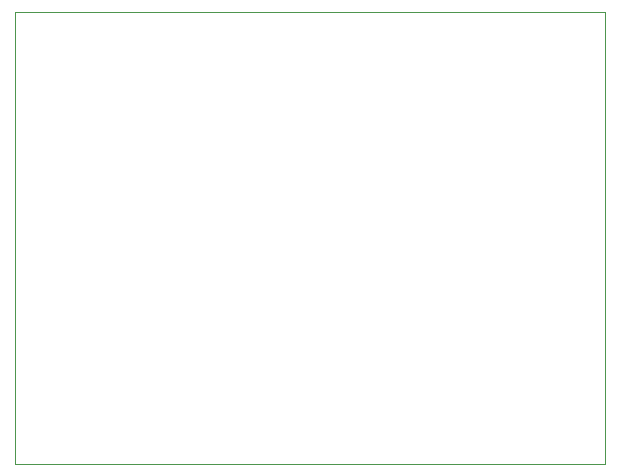
<source format=gbr>
G04 #@! TF.GenerationSoftware,KiCad,Pcbnew,(5.1.4)-1*
G04 #@! TF.CreationDate,2020-06-25T18:26:57+05:30*
G04 #@! TF.ProjectId,v1.0,76312e30-2e6b-4696-9361-645f70636258,rev?*
G04 #@! TF.SameCoordinates,Original*
G04 #@! TF.FileFunction,Profile,NP*
%FSLAX46Y46*%
G04 Gerber Fmt 4.6, Leading zero omitted, Abs format (unit mm)*
G04 Created by KiCad (PCBNEW (5.1.4)-1) date 2020-06-25 18:26:57*
%MOMM*%
%LPD*%
G04 APERTURE LIST*
%ADD10C,0.050000*%
G04 APERTURE END LIST*
D10*
X84220000Y-153970000D02*
X84220000Y-115650000D01*
X134140000Y-153970000D02*
X84220000Y-153970000D01*
X134140000Y-115650000D02*
X134140000Y-153970000D01*
X84220000Y-115650000D02*
X134140000Y-115650000D01*
M02*

</source>
